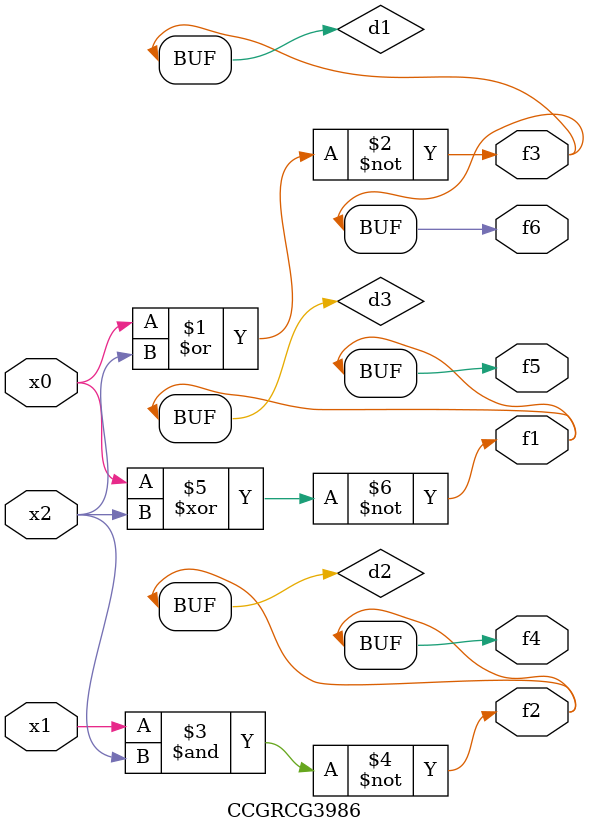
<source format=v>
module CCGRCG3986(
	input x0, x1, x2,
	output f1, f2, f3, f4, f5, f6
);

	wire d1, d2, d3;

	nor (d1, x0, x2);
	nand (d2, x1, x2);
	xnor (d3, x0, x2);
	assign f1 = d3;
	assign f2 = d2;
	assign f3 = d1;
	assign f4 = d2;
	assign f5 = d3;
	assign f6 = d1;
endmodule

</source>
